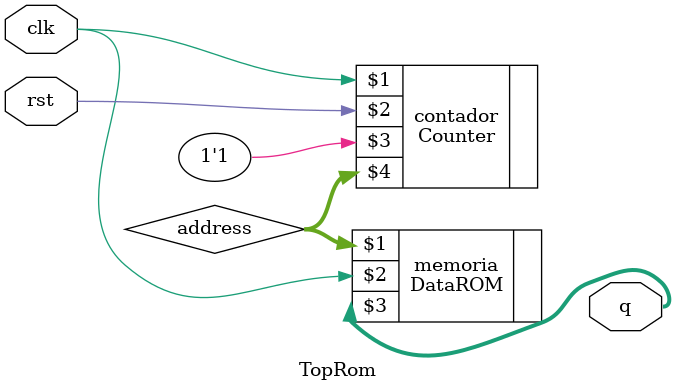
<source format=sv>
module TopRom (input clk, input rst, output [7:0] q);

	logic [7:0] address;
	
	Counter contador (clk,rst,1'b1,address);
	
	DataROM memoria (address,clk,q);
	


endmodule  
</source>
